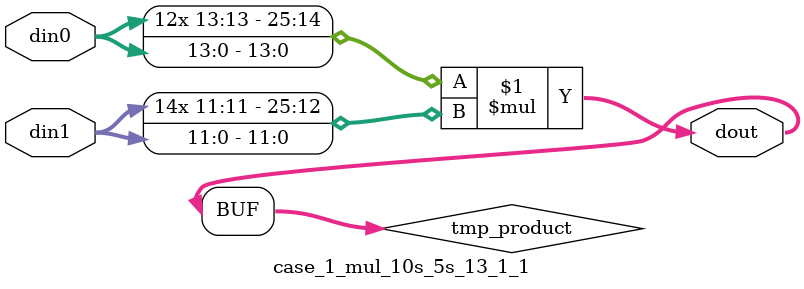
<source format=v>

`timescale 1 ns / 1 ps

 module case_1_mul_10s_5s_13_1_1(din0, din1, dout);
parameter ID = 1;
parameter NUM_STAGE = 0;
parameter din0_WIDTH = 14;
parameter din1_WIDTH = 12;
parameter dout_WIDTH = 26;

input [din0_WIDTH - 1 : 0] din0; 
input [din1_WIDTH - 1 : 0] din1; 
output [dout_WIDTH - 1 : 0] dout;

wire signed [dout_WIDTH - 1 : 0] tmp_product;



























assign tmp_product = $signed(din0) * $signed(din1);








assign dout = tmp_product;





















endmodule

</source>
